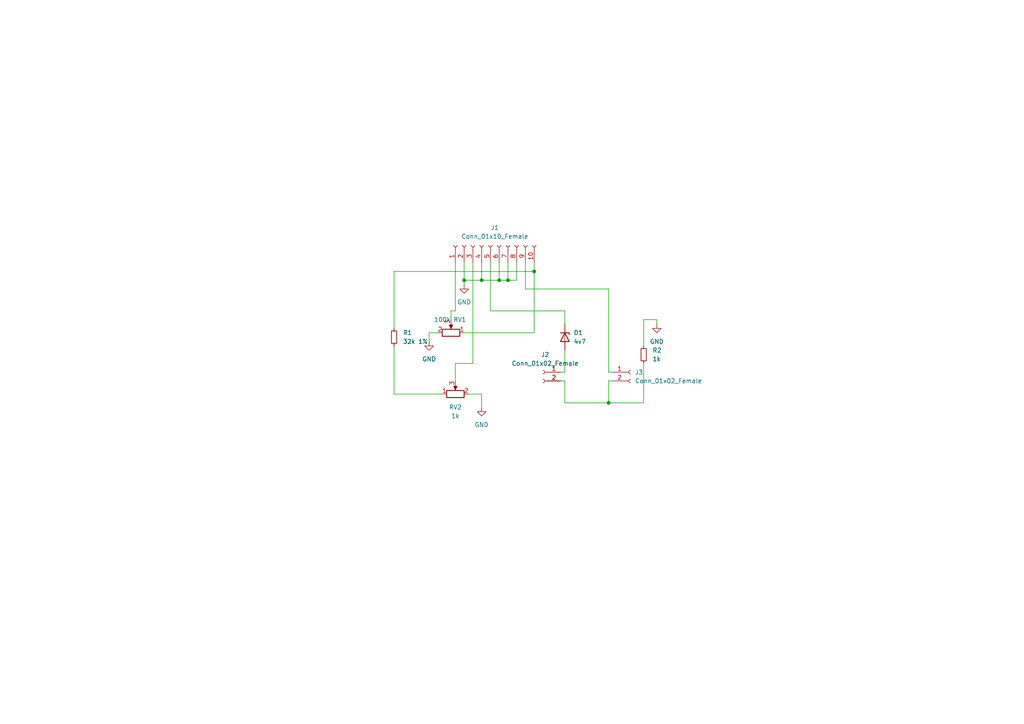
<source format=kicad_sch>
(kicad_sch
	(version 20231120)
	(generator "eeschema")
	(generator_version "8.0")
	(uuid "e63e39d7-6ac0-4ffd-8aa3-1841a4541b55")
	(paper "A4")
	(lib_symbols
		(symbol "Connector:Conn_01x02_Female"
			(pin_names
				(offset 1.016) hide)
			(exclude_from_sim no)
			(in_bom yes)
			(on_board yes)
			(property "Reference" "J"
				(at 0 2.54 0)
				(effects
					(font
						(size 1.27 1.27)
					)
				)
			)
			(property "Value" "Conn_01x02_Female"
				(at 0 -5.08 0)
				(effects
					(font
						(size 1.27 1.27)
					)
				)
			)
			(property "Footprint" ""
				(at 0 0 0)
				(effects
					(font
						(size 1.27 1.27)
					)
					(hide yes)
				)
			)
			(property "Datasheet" "~"
				(at 0 0 0)
				(effects
					(font
						(size 1.27 1.27)
					)
					(hide yes)
				)
			)
			(property "Description" "Generic connector, single row, 01x02, script generated (kicad-library-utils/schlib/autogen/connector/)"
				(at 0 0 0)
				(effects
					(font
						(size 1.27 1.27)
					)
					(hide yes)
				)
			)
			(property "ki_keywords" "connector"
				(at 0 0 0)
				(effects
					(font
						(size 1.27 1.27)
					)
					(hide yes)
				)
			)
			(property "ki_fp_filters" "Connector*:*_1x??_*"
				(at 0 0 0)
				(effects
					(font
						(size 1.27 1.27)
					)
					(hide yes)
				)
			)
			(symbol "Conn_01x02_Female_1_1"
				(arc
					(start 0 -2.032)
					(mid -0.5058 -2.54)
					(end 0 -3.048)
					(stroke
						(width 0.1524)
						(type default)
					)
					(fill
						(type none)
					)
				)
				(polyline
					(pts
						(xy -1.27 -2.54) (xy -0.508 -2.54)
					)
					(stroke
						(width 0.1524)
						(type default)
					)
					(fill
						(type none)
					)
				)
				(polyline
					(pts
						(xy -1.27 0) (xy -0.508 0)
					)
					(stroke
						(width 0.1524)
						(type default)
					)
					(fill
						(type none)
					)
				)
				(arc
					(start 0 0.508)
					(mid -0.5058 0)
					(end 0 -0.508)
					(stroke
						(width 0.1524)
						(type default)
					)
					(fill
						(type none)
					)
				)
				(pin passive line
					(at -5.08 0 0)
					(length 3.81)
					(name "Pin_1"
						(effects
							(font
								(size 1.27 1.27)
							)
						)
					)
					(number "1"
						(effects
							(font
								(size 1.27 1.27)
							)
						)
					)
				)
				(pin passive line
					(at -5.08 -2.54 0)
					(length 3.81)
					(name "Pin_2"
						(effects
							(font
								(size 1.27 1.27)
							)
						)
					)
					(number "2"
						(effects
							(font
								(size 1.27 1.27)
							)
						)
					)
				)
			)
		)
		(symbol "Connector:Conn_01x10_Female"
			(pin_names
				(offset 1.016) hide)
			(exclude_from_sim no)
			(in_bom yes)
			(on_board yes)
			(property "Reference" "J"
				(at 0 12.7 0)
				(effects
					(font
						(size 1.27 1.27)
					)
				)
			)
			(property "Value" "Conn_01x10_Female"
				(at 0 -15.24 0)
				(effects
					(font
						(size 1.27 1.27)
					)
				)
			)
			(property "Footprint" ""
				(at 0 0 0)
				(effects
					(font
						(size 1.27 1.27)
					)
					(hide yes)
				)
			)
			(property "Datasheet" "~"
				(at 0 0 0)
				(effects
					(font
						(size 1.27 1.27)
					)
					(hide yes)
				)
			)
			(property "Description" "Generic connector, single row, 01x10, script generated (kicad-library-utils/schlib/autogen/connector/)"
				(at 0 0 0)
				(effects
					(font
						(size 1.27 1.27)
					)
					(hide yes)
				)
			)
			(property "ki_keywords" "connector"
				(at 0 0 0)
				(effects
					(font
						(size 1.27 1.27)
					)
					(hide yes)
				)
			)
			(property "ki_fp_filters" "Connector*:*_1x??_*"
				(at 0 0 0)
				(effects
					(font
						(size 1.27 1.27)
					)
					(hide yes)
				)
			)
			(symbol "Conn_01x10_Female_1_1"
				(arc
					(start 0 -12.192)
					(mid -0.5058 -12.7)
					(end 0 -13.208)
					(stroke
						(width 0.1524)
						(type default)
					)
					(fill
						(type none)
					)
				)
				(arc
					(start 0 -9.652)
					(mid -0.5058 -10.16)
					(end 0 -10.668)
					(stroke
						(width 0.1524)
						(type default)
					)
					(fill
						(type none)
					)
				)
				(arc
					(start 0 -7.112)
					(mid -0.5058 -7.62)
					(end 0 -8.128)
					(stroke
						(width 0.1524)
						(type default)
					)
					(fill
						(type none)
					)
				)
				(arc
					(start 0 -4.572)
					(mid -0.5058 -5.08)
					(end 0 -5.588)
					(stroke
						(width 0.1524)
						(type default)
					)
					(fill
						(type none)
					)
				)
				(arc
					(start 0 -2.032)
					(mid -0.5058 -2.54)
					(end 0 -3.048)
					(stroke
						(width 0.1524)
						(type default)
					)
					(fill
						(type none)
					)
				)
				(polyline
					(pts
						(xy -1.27 -12.7) (xy -0.508 -12.7)
					)
					(stroke
						(width 0.1524)
						(type default)
					)
					(fill
						(type none)
					)
				)
				(polyline
					(pts
						(xy -1.27 -10.16) (xy -0.508 -10.16)
					)
					(stroke
						(width 0.1524)
						(type default)
					)
					(fill
						(type none)
					)
				)
				(polyline
					(pts
						(xy -1.27 -7.62) (xy -0.508 -7.62)
					)
					(stroke
						(width 0.1524)
						(type default)
					)
					(fill
						(type none)
					)
				)
				(polyline
					(pts
						(xy -1.27 -5.08) (xy -0.508 -5.08)
					)
					(stroke
						(width 0.1524)
						(type default)
					)
					(fill
						(type none)
					)
				)
				(polyline
					(pts
						(xy -1.27 -2.54) (xy -0.508 -2.54)
					)
					(stroke
						(width 0.1524)
						(type default)
					)
					(fill
						(type none)
					)
				)
				(polyline
					(pts
						(xy -1.27 0) (xy -0.508 0)
					)
					(stroke
						(width 0.1524)
						(type default)
					)
					(fill
						(type none)
					)
				)
				(polyline
					(pts
						(xy -1.27 2.54) (xy -0.508 2.54)
					)
					(stroke
						(width 0.1524)
						(type default)
					)
					(fill
						(type none)
					)
				)
				(polyline
					(pts
						(xy -1.27 5.08) (xy -0.508 5.08)
					)
					(stroke
						(width 0.1524)
						(type default)
					)
					(fill
						(type none)
					)
				)
				(polyline
					(pts
						(xy -1.27 7.62) (xy -0.508 7.62)
					)
					(stroke
						(width 0.1524)
						(type default)
					)
					(fill
						(type none)
					)
				)
				(polyline
					(pts
						(xy -1.27 10.16) (xy -0.508 10.16)
					)
					(stroke
						(width 0.1524)
						(type default)
					)
					(fill
						(type none)
					)
				)
				(arc
					(start 0 0.508)
					(mid -0.5058 0)
					(end 0 -0.508)
					(stroke
						(width 0.1524)
						(type default)
					)
					(fill
						(type none)
					)
				)
				(arc
					(start 0 3.048)
					(mid -0.5058 2.54)
					(end 0 2.032)
					(stroke
						(width 0.1524)
						(type default)
					)
					(fill
						(type none)
					)
				)
				(arc
					(start 0 5.588)
					(mid -0.5058 5.08)
					(end 0 4.572)
					(stroke
						(width 0.1524)
						(type default)
					)
					(fill
						(type none)
					)
				)
				(arc
					(start 0 8.128)
					(mid -0.5058 7.62)
					(end 0 7.112)
					(stroke
						(width 0.1524)
						(type default)
					)
					(fill
						(type none)
					)
				)
				(arc
					(start 0 10.668)
					(mid -0.5058 10.16)
					(end 0 9.652)
					(stroke
						(width 0.1524)
						(type default)
					)
					(fill
						(type none)
					)
				)
				(pin passive line
					(at -5.08 10.16 0)
					(length 3.81)
					(name "Pin_1"
						(effects
							(font
								(size 1.27 1.27)
							)
						)
					)
					(number "1"
						(effects
							(font
								(size 1.27 1.27)
							)
						)
					)
				)
				(pin passive line
					(at -5.08 -12.7 0)
					(length 3.81)
					(name "Pin_10"
						(effects
							(font
								(size 1.27 1.27)
							)
						)
					)
					(number "10"
						(effects
							(font
								(size 1.27 1.27)
							)
						)
					)
				)
				(pin passive line
					(at -5.08 7.62 0)
					(length 3.81)
					(name "Pin_2"
						(effects
							(font
								(size 1.27 1.27)
							)
						)
					)
					(number "2"
						(effects
							(font
								(size 1.27 1.27)
							)
						)
					)
				)
				(pin passive line
					(at -5.08 5.08 0)
					(length 3.81)
					(name "Pin_3"
						(effects
							(font
								(size 1.27 1.27)
							)
						)
					)
					(number "3"
						(effects
							(font
								(size 1.27 1.27)
							)
						)
					)
				)
				(pin passive line
					(at -5.08 2.54 0)
					(length 3.81)
					(name "Pin_4"
						(effects
							(font
								(size 1.27 1.27)
							)
						)
					)
					(number "4"
						(effects
							(font
								(size 1.27 1.27)
							)
						)
					)
				)
				(pin passive line
					(at -5.08 0 0)
					(length 3.81)
					(name "Pin_5"
						(effects
							(font
								(size 1.27 1.27)
							)
						)
					)
					(number "5"
						(effects
							(font
								(size 1.27 1.27)
							)
						)
					)
				)
				(pin passive line
					(at -5.08 -2.54 0)
					(length 3.81)
					(name "Pin_6"
						(effects
							(font
								(size 1.27 1.27)
							)
						)
					)
					(number "6"
						(effects
							(font
								(size 1.27 1.27)
							)
						)
					)
				)
				(pin passive line
					(at -5.08 -5.08 0)
					(length 3.81)
					(name "Pin_7"
						(effects
							(font
								(size 1.27 1.27)
							)
						)
					)
					(number "7"
						(effects
							(font
								(size 1.27 1.27)
							)
						)
					)
				)
				(pin passive line
					(at -5.08 -7.62 0)
					(length 3.81)
					(name "Pin_8"
						(effects
							(font
								(size 1.27 1.27)
							)
						)
					)
					(number "8"
						(effects
							(font
								(size 1.27 1.27)
							)
						)
					)
				)
				(pin passive line
					(at -5.08 -10.16 0)
					(length 3.81)
					(name "Pin_9"
						(effects
							(font
								(size 1.27 1.27)
							)
						)
					)
					(number "9"
						(effects
							(font
								(size 1.27 1.27)
							)
						)
					)
				)
			)
		)
		(symbol "Device:D_Zener"
			(pin_numbers hide)
			(pin_names
				(offset 1.016) hide)
			(exclude_from_sim no)
			(in_bom yes)
			(on_board yes)
			(property "Reference" "D"
				(at 0 2.54 0)
				(effects
					(font
						(size 1.27 1.27)
					)
				)
			)
			(property "Value" "D_Zener"
				(at 0 -2.54 0)
				(effects
					(font
						(size 1.27 1.27)
					)
				)
			)
			(property "Footprint" ""
				(at 0 0 0)
				(effects
					(font
						(size 1.27 1.27)
					)
					(hide yes)
				)
			)
			(property "Datasheet" "~"
				(at 0 0 0)
				(effects
					(font
						(size 1.27 1.27)
					)
					(hide yes)
				)
			)
			(property "Description" "Zener diode"
				(at 0 0 0)
				(effects
					(font
						(size 1.27 1.27)
					)
					(hide yes)
				)
			)
			(property "ki_keywords" "diode"
				(at 0 0 0)
				(effects
					(font
						(size 1.27 1.27)
					)
					(hide yes)
				)
			)
			(property "ki_fp_filters" "TO-???* *_Diode_* *SingleDiode* D_*"
				(at 0 0 0)
				(effects
					(font
						(size 1.27 1.27)
					)
					(hide yes)
				)
			)
			(symbol "D_Zener_0_1"
				(polyline
					(pts
						(xy 1.27 0) (xy -1.27 0)
					)
					(stroke
						(width 0)
						(type default)
					)
					(fill
						(type none)
					)
				)
				(polyline
					(pts
						(xy -1.27 -1.27) (xy -1.27 1.27) (xy -0.762 1.27)
					)
					(stroke
						(width 0.254)
						(type default)
					)
					(fill
						(type none)
					)
				)
				(polyline
					(pts
						(xy 1.27 -1.27) (xy 1.27 1.27) (xy -1.27 0) (xy 1.27 -1.27)
					)
					(stroke
						(width 0.254)
						(type default)
					)
					(fill
						(type none)
					)
				)
			)
			(symbol "D_Zener_1_1"
				(pin passive line
					(at -3.81 0 0)
					(length 2.54)
					(name "K"
						(effects
							(font
								(size 1.27 1.27)
							)
						)
					)
					(number "1"
						(effects
							(font
								(size 1.27 1.27)
							)
						)
					)
				)
				(pin passive line
					(at 3.81 0 180)
					(length 2.54)
					(name "A"
						(effects
							(font
								(size 1.27 1.27)
							)
						)
					)
					(number "2"
						(effects
							(font
								(size 1.27 1.27)
							)
						)
					)
				)
			)
		)
		(symbol "Device:R_Small"
			(pin_numbers hide)
			(pin_names
				(offset 0.254) hide)
			(exclude_from_sim no)
			(in_bom yes)
			(on_board yes)
			(property "Reference" "R"
				(at 0.762 0.508 0)
				(effects
					(font
						(size 1.27 1.27)
					)
					(justify left)
				)
			)
			(property "Value" "R_Small"
				(at 0.762 -1.016 0)
				(effects
					(font
						(size 1.27 1.27)
					)
					(justify left)
				)
			)
			(property "Footprint" ""
				(at 0 0 0)
				(effects
					(font
						(size 1.27 1.27)
					)
					(hide yes)
				)
			)
			(property "Datasheet" "~"
				(at 0 0 0)
				(effects
					(font
						(size 1.27 1.27)
					)
					(hide yes)
				)
			)
			(property "Description" "Resistor, small symbol"
				(at 0 0 0)
				(effects
					(font
						(size 1.27 1.27)
					)
					(hide yes)
				)
			)
			(property "ki_keywords" "R resistor"
				(at 0 0 0)
				(effects
					(font
						(size 1.27 1.27)
					)
					(hide yes)
				)
			)
			(property "ki_fp_filters" "R_*"
				(at 0 0 0)
				(effects
					(font
						(size 1.27 1.27)
					)
					(hide yes)
				)
			)
			(symbol "R_Small_0_1"
				(rectangle
					(start -0.762 1.778)
					(end 0.762 -1.778)
					(stroke
						(width 0.2032)
						(type default)
					)
					(fill
						(type none)
					)
				)
			)
			(symbol "R_Small_1_1"
				(pin passive line
					(at 0 2.54 270)
					(length 0.762)
					(name "~"
						(effects
							(font
								(size 1.27 1.27)
							)
						)
					)
					(number "1"
						(effects
							(font
								(size 1.27 1.27)
							)
						)
					)
				)
				(pin passive line
					(at 0 -2.54 90)
					(length 0.762)
					(name "~"
						(effects
							(font
								(size 1.27 1.27)
							)
						)
					)
					(number "2"
						(effects
							(font
								(size 1.27 1.27)
							)
						)
					)
				)
			)
		)
		(symbol "R_Potentiometer_1"
			(pin_names
				(offset 1.016) hide)
			(exclude_from_sim no)
			(in_bom yes)
			(on_board yes)
			(property "Reference" "RV1"
				(at 3.81 -2.54 90)
				(effects
					(font
						(size 1.27 1.27)
					)
				)
			)
			(property "Value" "100k"
				(at 3.81 2.54 90)
				(effects
					(font
						(size 1.27 1.27)
					)
				)
			)
			(property "Footprint" "Potencjometry:Potencjometr_wieloobrotowy_Bourns"
				(at 0 0 0)
				(effects
					(font
						(size 1.27 1.27)
					)
					(hide yes)
				)
			)
			(property "Datasheet" "~"
				(at 0 0 0)
				(effects
					(font
						(size 1.27 1.27)
					)
					(hide yes)
				)
			)
			(property "Description" "Potentiometer"
				(at 0 0 0)
				(effects
					(font
						(size 1.27 1.27)
					)
					(hide yes)
				)
			)
			(property "ki_keywords" "resistor variable"
				(at 0 0 0)
				(effects
					(font
						(size 1.27 1.27)
					)
					(hide yes)
				)
			)
			(property "ki_fp_filters" "Potentiometer*"
				(at 0 0 0)
				(effects
					(font
						(size 1.27 1.27)
					)
					(hide yes)
				)
			)
			(symbol "R_Potentiometer_1_0_1"
				(polyline
					(pts
						(xy 2.54 0) (xy 1.524 0)
					)
					(stroke
						(width 0)
						(type default)
					)
					(fill
						(type none)
					)
				)
				(polyline
					(pts
						(xy 1.143 0) (xy 2.286 0.508) (xy 2.286 -0.508) (xy 1.143 0)
					)
					(stroke
						(width 0)
						(type default)
					)
					(fill
						(type outline)
					)
				)
				(rectangle
					(start 1.016 2.54)
					(end -1.016 -2.54)
					(stroke
						(width 0.254)
						(type default)
					)
					(fill
						(type none)
					)
				)
			)
			(symbol "R_Potentiometer_1_1_1"
				(pin passive line
					(at 0 -3.81 90)
					(length 1.27)
					(name "1"
						(effects
							(font
								(size 1.27 1.27)
							)
						)
					)
					(number "1"
						(effects
							(font
								(size 1.27 1.27)
							)
						)
					)
				)
				(pin passive line
					(at 0 3.81 270)
					(length 1.27)
					(name "2"
						(effects
							(font
								(size 1.27 1.27)
							)
						)
					)
					(number "2"
						(effects
							(font
								(size 1.27 1.27)
							)
						)
					)
				)
				(pin passive line
					(at 3.81 0 180)
					(length 1.27)
					(name "3"
						(effects
							(font
								(size 1.27 1.27)
							)
						)
					)
					(number "3"
						(effects
							(font
								(size 1.27 1.27)
							)
						)
					)
				)
			)
		)
		(symbol "R_Potentiometer_2"
			(pin_names
				(offset 1.016) hide)
			(exclude_from_sim no)
			(in_bom yes)
			(on_board yes)
			(property "Reference" "RV1"
				(at -2.54 -3.81 90)
				(effects
					(font
						(size 1.27 1.27)
					)
				)
			)
			(property "Value" "R_Potentiometer_2"
				(at 1.27 -6.35 90)
				(effects
					(font
						(size 1.27 1.27)
					)
				)
			)
			(property "Footprint" "Potencjometry:Potencjometr_wieloobrotowy_Bourns"
				(at 0 0 0)
				(effects
					(font
						(size 1.27 1.27)
					)
					(hide yes)
				)
			)
			(property "Datasheet" "~"
				(at 0 0 0)
				(effects
					(font
						(size 1.27 1.27)
					)
					(hide yes)
				)
			)
			(property "Description" "Potentiometer"
				(at 0 0 0)
				(effects
					(font
						(size 1.27 1.27)
					)
					(hide yes)
				)
			)
			(property "ki_keywords" "resistor variable"
				(at 0 0 0)
				(effects
					(font
						(size 1.27 1.27)
					)
					(hide yes)
				)
			)
			(property "ki_fp_filters" "Potentiometer*"
				(at 0 0 0)
				(effects
					(font
						(size 1.27 1.27)
					)
					(hide yes)
				)
			)
			(symbol "R_Potentiometer_2_0_1"
				(polyline
					(pts
						(xy 2.54 0) (xy 1.524 0)
					)
					(stroke
						(width 0)
						(type default)
					)
					(fill
						(type none)
					)
				)
				(polyline
					(pts
						(xy 1.143 0) (xy 2.286 0.508) (xy 2.286 -0.508) (xy 1.143 0)
					)
					(stroke
						(width 0)
						(type default)
					)
					(fill
						(type outline)
					)
				)
				(rectangle
					(start 1.016 2.54)
					(end -1.016 -2.54)
					(stroke
						(width 0.254)
						(type default)
					)
					(fill
						(type none)
					)
				)
			)
			(symbol "R_Potentiometer_2_1_1"
				(pin passive line
					(at 0 3.81 270)
					(length 1.27)
					(name "1"
						(effects
							(font
								(size 1.27 1.27)
							)
						)
					)
					(number "1"
						(effects
							(font
								(size 1.27 1.27)
							)
						)
					)
				)
				(pin passive line
					(at 0 -3.81 90)
					(length 1.27)
					(name "2"
						(effects
							(font
								(size 1.27 1.27)
							)
						)
					)
					(number "2"
						(effects
							(font
								(size 1.27 1.27)
							)
						)
					)
				)
				(pin passive line
					(at 3.81 0 180)
					(length 1.27)
					(name "3"
						(effects
							(font
								(size 1.27 1.27)
							)
						)
					)
					(number "3"
						(effects
							(font
								(size 1.27 1.27)
							)
						)
					)
				)
			)
		)
		(symbol "power:GND"
			(power)
			(pin_names
				(offset 0)
			)
			(exclude_from_sim no)
			(in_bom yes)
			(on_board yes)
			(property "Reference" "#PWR"
				(at 0 -6.35 0)
				(effects
					(font
						(size 1.27 1.27)
					)
					(hide yes)
				)
			)
			(property "Value" "GND"
				(at 0 -3.81 0)
				(effects
					(font
						(size 1.27 1.27)
					)
				)
			)
			(property "Footprint" ""
				(at 0 0 0)
				(effects
					(font
						(size 1.27 1.27)
					)
					(hide yes)
				)
			)
			(property "Datasheet" ""
				(at 0 0 0)
				(effects
					(font
						(size 1.27 1.27)
					)
					(hide yes)
				)
			)
			(property "Description" "Power symbol creates a global label with name \"GND\" , ground"
				(at 0 0 0)
				(effects
					(font
						(size 1.27 1.27)
					)
					(hide yes)
				)
			)
			(property "ki_keywords" "power-flag"
				(at 0 0 0)
				(effects
					(font
						(size 1.27 1.27)
					)
					(hide yes)
				)
			)
			(symbol "GND_0_1"
				(polyline
					(pts
						(xy 0 0) (xy 0 -1.27) (xy 1.27 -1.27) (xy 0 -2.54) (xy -1.27 -1.27) (xy 0 -1.27)
					)
					(stroke
						(width 0)
						(type default)
					)
					(fill
						(type none)
					)
				)
			)
			(symbol "GND_1_1"
				(pin power_in line
					(at 0 0 270)
					(length 0) hide
					(name "GND"
						(effects
							(font
								(size 1.27 1.27)
							)
						)
					)
					(number "1"
						(effects
							(font
								(size 1.27 1.27)
							)
						)
					)
				)
			)
		)
	)
	(junction
		(at 176.53 116.84)
		(diameter 0)
		(color 0 0 0 0)
		(uuid "7c5779b7-3d70-4446-a23a-f4cf05b5eb95")
	)
	(junction
		(at 139.7 81.28)
		(diameter 0)
		(color 0 0 0 0)
		(uuid "ac33d4ae-6cf8-443e-a0ba-e1364b8b2396")
	)
	(junction
		(at 154.94 78.74)
		(diameter 0)
		(color 0 0 0 0)
		(uuid "ac7a7993-0fe9-4716-990a-99eee0f5bbca")
	)
	(junction
		(at 134.62 81.28)
		(diameter 0)
		(color 0 0 0 0)
		(uuid "cdb20d9a-3ce9-4e41-aeed-ea8cf1c97b03")
	)
	(junction
		(at 144.78 81.28)
		(diameter 0)
		(color 0 0 0 0)
		(uuid "d5999206-eb84-4af8-bdb9-b2b0a802279d")
	)
	(junction
		(at 147.32 81.28)
		(diameter 0)
		(color 0 0 0 0)
		(uuid "fb552787-147e-4edf-8cbf-99d076f479c4")
	)
	(wire
		(pts
			(xy 163.83 116.84) (xy 176.53 116.84)
		)
		(stroke
			(width 0)
			(type default)
		)
		(uuid "090eeeca-8982-47a9-a941-efa9320153c9")
	)
	(wire
		(pts
			(xy 135.89 114.3) (xy 139.7 114.3)
		)
		(stroke
			(width 0)
			(type default)
		)
		(uuid "0b32d2ed-52a7-4274-abdf-adbd984c1b70")
	)
	(wire
		(pts
			(xy 186.69 116.84) (xy 186.69 105.41)
		)
		(stroke
			(width 0)
			(type default)
		)
		(uuid "12f63ecd-89b1-4257-88d3-c29c9e4a401b")
	)
	(wire
		(pts
			(xy 144.78 81.28) (xy 139.7 81.28)
		)
		(stroke
			(width 0)
			(type default)
		)
		(uuid "1bf4d2d7-d987-4596-9a7d-e95a7d391735")
	)
	(wire
		(pts
			(xy 132.08 105.41) (xy 137.16 105.41)
		)
		(stroke
			(width 0)
			(type default)
		)
		(uuid "1bf738d6-7d5c-404d-895a-a2a1643a3495")
	)
	(wire
		(pts
			(xy 134.62 96.52) (xy 154.94 96.52)
		)
		(stroke
			(width 0)
			(type default)
		)
		(uuid "22438e2f-82e6-4ac9-8dde-e772f99d4cb9")
	)
	(wire
		(pts
			(xy 144.78 76.2) (xy 144.78 81.28)
		)
		(stroke
			(width 0)
			(type default)
		)
		(uuid "24fb8ab1-dba6-4a17-9e07-642a7d579224")
	)
	(wire
		(pts
			(xy 134.62 81.28) (xy 134.62 82.55)
		)
		(stroke
			(width 0)
			(type default)
		)
		(uuid "2c0d0192-02c5-4a67-9b5d-ff3136f78653")
	)
	(wire
		(pts
			(xy 114.3 100.33) (xy 114.3 114.3)
		)
		(stroke
			(width 0)
			(type default)
		)
		(uuid "351450a8-d1bf-47eb-ab4a-aa5c0db224b2")
	)
	(wire
		(pts
			(xy 142.24 90.17) (xy 163.83 90.17)
		)
		(stroke
			(width 0)
			(type default)
		)
		(uuid "3d086be8-518f-4109-bcbe-f6153996b774")
	)
	(wire
		(pts
			(xy 163.83 110.49) (xy 162.56 110.49)
		)
		(stroke
			(width 0)
			(type default)
		)
		(uuid "3e7bcc2a-10c2-45cd-9897-4c0007e1c7fc")
	)
	(wire
		(pts
			(xy 163.83 107.95) (xy 162.56 107.95)
		)
		(stroke
			(width 0)
			(type default)
		)
		(uuid "3e910910-4208-4323-8665-c65b24010a26")
	)
	(wire
		(pts
			(xy 139.7 118.11) (xy 139.7 114.3)
		)
		(stroke
			(width 0)
			(type default)
		)
		(uuid "4ac569d6-ee54-448b-9bb6-6249a04e833f")
	)
	(wire
		(pts
			(xy 147.32 76.2) (xy 147.32 81.28)
		)
		(stroke
			(width 0)
			(type default)
		)
		(uuid "506532e0-fb4f-454f-a3bb-958496e27ae2")
	)
	(wire
		(pts
			(xy 154.94 78.74) (xy 154.94 96.52)
		)
		(stroke
			(width 0)
			(type default)
		)
		(uuid "535abd59-de73-4701-a51d-ea8da17274cc")
	)
	(wire
		(pts
			(xy 142.24 76.2) (xy 142.24 90.17)
		)
		(stroke
			(width 0)
			(type default)
		)
		(uuid "5bfe30eb-e04e-45b7-8ec1-82756a609e83")
	)
	(wire
		(pts
			(xy 137.16 105.41) (xy 137.16 76.2)
		)
		(stroke
			(width 0)
			(type default)
		)
		(uuid "5d94d76f-cb39-496a-bb80-d7bffdc67a41")
	)
	(wire
		(pts
			(xy 176.53 83.82) (xy 152.4 83.82)
		)
		(stroke
			(width 0)
			(type default)
		)
		(uuid "5f406c10-3d8f-4523-83b9-c4c17247863b")
	)
	(wire
		(pts
			(xy 176.53 83.82) (xy 176.53 107.95)
		)
		(stroke
			(width 0)
			(type default)
		)
		(uuid "6215a9d4-a919-4bc4-8c60-300e97ad240a")
	)
	(wire
		(pts
			(xy 134.62 76.2) (xy 134.62 81.28)
		)
		(stroke
			(width 0)
			(type default)
		)
		(uuid "649f3c3d-a4e5-40da-bb6b-181371b36485")
	)
	(wire
		(pts
			(xy 177.8 110.49) (xy 176.53 110.49)
		)
		(stroke
			(width 0)
			(type default)
		)
		(uuid "64cfac08-5cc3-4f57-af02-931ead26eb9d")
	)
	(wire
		(pts
			(xy 130.81 90.17) (xy 130.81 92.71)
		)
		(stroke
			(width 0)
			(type default)
		)
		(uuid "6b6a5170-71ed-4b5e-8698-0c07fcb58794")
	)
	(wire
		(pts
			(xy 163.83 110.49) (xy 163.83 116.84)
		)
		(stroke
			(width 0)
			(type default)
		)
		(uuid "744d008b-f92b-4fb0-ac24-26a949b8cd84")
	)
	(wire
		(pts
			(xy 186.69 92.71) (xy 186.69 100.33)
		)
		(stroke
			(width 0)
			(type default)
		)
		(uuid "74e75f41-ae0f-4c13-b37d-b8f9c373fe54")
	)
	(wire
		(pts
			(xy 154.94 78.74) (xy 114.3 78.74)
		)
		(stroke
			(width 0)
			(type default)
		)
		(uuid "7923f4cf-3720-454e-a63c-1335d61ae90c")
	)
	(wire
		(pts
			(xy 114.3 78.74) (xy 114.3 95.25)
		)
		(stroke
			(width 0)
			(type default)
		)
		(uuid "7ece0928-0c7d-4c01-8f49-f5db14bc2dfd")
	)
	(wire
		(pts
			(xy 190.5 92.71) (xy 186.69 92.71)
		)
		(stroke
			(width 0)
			(type default)
		)
		(uuid "858915f0-2861-4dce-9be5-971b14a13cc4")
	)
	(wire
		(pts
			(xy 147.32 81.28) (xy 144.78 81.28)
		)
		(stroke
			(width 0)
			(type default)
		)
		(uuid "89d97cc5-6bf2-4772-a44c-a343b6166e15")
	)
	(wire
		(pts
			(xy 177.8 107.95) (xy 176.53 107.95)
		)
		(stroke
			(width 0)
			(type default)
		)
		(uuid "8fd3f482-7261-476b-a0c6-64f20dfa8606")
	)
	(wire
		(pts
			(xy 152.4 83.82) (xy 152.4 76.2)
		)
		(stroke
			(width 0)
			(type default)
		)
		(uuid "983c6c4b-46a4-48d7-8a0b-b0fd3c21d38b")
	)
	(wire
		(pts
			(xy 114.3 114.3) (xy 128.27 114.3)
		)
		(stroke
			(width 0)
			(type default)
		)
		(uuid "9f53bff1-8cf9-4c54-a83b-d9366b4d3a7a")
	)
	(wire
		(pts
			(xy 124.46 96.52) (xy 127 96.52)
		)
		(stroke
			(width 0)
			(type default)
		)
		(uuid "a387b380-1213-4e60-b1fd-94742fdd2f65")
	)
	(wire
		(pts
			(xy 176.53 116.84) (xy 186.69 116.84)
		)
		(stroke
			(width 0)
			(type default)
		)
		(uuid "a4c62b1e-034e-4e09-bb87-cac54dcaaa12")
	)
	(wire
		(pts
			(xy 163.83 90.17) (xy 163.83 93.98)
		)
		(stroke
			(width 0)
			(type default)
		)
		(uuid "ba850406-6456-4341-941c-27baba89f793")
	)
	(wire
		(pts
			(xy 124.46 99.06) (xy 124.46 96.52)
		)
		(stroke
			(width 0)
			(type default)
		)
		(uuid "c0efdf35-9431-4fed-825b-bc25c71f3c60")
	)
	(wire
		(pts
			(xy 154.94 76.2) (xy 154.94 78.74)
		)
		(stroke
			(width 0)
			(type default)
		)
		(uuid "c1257a43-33f6-4ff2-9e53-85ba1a2b0d2d")
	)
	(wire
		(pts
			(xy 163.83 101.6) (xy 163.83 107.95)
		)
		(stroke
			(width 0)
			(type default)
		)
		(uuid "c1c7b177-7382-4490-889d-e87a132e0410")
	)
	(wire
		(pts
			(xy 132.08 90.17) (xy 130.81 90.17)
		)
		(stroke
			(width 0)
			(type default)
		)
		(uuid "c244f577-e3f5-4023-a2a4-432ec7c50958")
	)
	(wire
		(pts
			(xy 132.08 76.2) (xy 132.08 90.17)
		)
		(stroke
			(width 0)
			(type default)
		)
		(uuid "ce9adb31-7550-4d01-abcf-598a30a4671c")
	)
	(wire
		(pts
			(xy 139.7 76.2) (xy 139.7 81.28)
		)
		(stroke
			(width 0)
			(type default)
		)
		(uuid "cf20bfb1-8393-4551-8655-dcac7a3c32ba")
	)
	(wire
		(pts
			(xy 149.86 76.2) (xy 149.86 81.28)
		)
		(stroke
			(width 0)
			(type default)
		)
		(uuid "cf377e40-7228-4145-a289-05ebe99b8ab0")
	)
	(wire
		(pts
			(xy 132.08 110.49) (xy 132.08 105.41)
		)
		(stroke
			(width 0)
			(type default)
		)
		(uuid "d072f22d-c9db-4baf-8717-6933222b4209")
	)
	(wire
		(pts
			(xy 176.53 110.49) (xy 176.53 116.84)
		)
		(stroke
			(width 0)
			(type default)
		)
		(uuid "d401cd20-c15b-4c58-b73e-04da77c167e6")
	)
	(wire
		(pts
			(xy 139.7 81.28) (xy 134.62 81.28)
		)
		(stroke
			(width 0)
			(type default)
		)
		(uuid "d469820a-9cb5-40d5-b8ac-bedb08233feb")
	)
	(wire
		(pts
			(xy 190.5 93.98) (xy 190.5 92.71)
		)
		(stroke
			(width 0)
			(type default)
		)
		(uuid "e7327f81-302f-46a6-8bc1-7bf1eb5b93a8")
	)
	(wire
		(pts
			(xy 149.86 81.28) (xy 147.32 81.28)
		)
		(stroke
			(width 0)
			(type default)
		)
		(uuid "f8d00e5c-bc66-4ba7-b7ab-0d55e706d188")
	)
	(symbol
		(lib_id "Device:R_Small")
		(at 186.69 102.87 180)
		(unit 1)
		(exclude_from_sim no)
		(in_bom yes)
		(on_board yes)
		(dnp no)
		(fields_autoplaced yes)
		(uuid "0d4d5c49-e557-48eb-a31d-825edd62219f")
		(property "Reference" "R2"
			(at 189.23 101.5999 0)
			(effects
				(font
					(size 1.27 1.27)
				)
				(justify right)
			)
		)
		(property "Value" "1k"
			(at 189.23 104.1399 0)
			(effects
				(font
					(size 1.27 1.27)
				)
				(justify right)
			)
		)
		(property "Footprint" "Resistor_THT:R_Axial_DIN0411_L9.9mm_D3.6mm_P12.70mm_Horizontal"
			(at 186.69 102.87 0)
			(effects
				(font
					(size 1.27 1.27)
				)
				(hide yes)
			)
		)
		(property "Datasheet" "~"
			(at 186.69 102.87 0)
			(effects
				(font
					(size 1.27 1.27)
				)
				(hide yes)
			)
		)
		(property "Description" ""
			(at 186.69 102.87 0)
			(effects
				(font
					(size 1.27 1.27)
				)
				(hide yes)
			)
		)
		(pin "1"
			(uuid "60b0d398-c559-48ec-85ac-32ad12be3da0")
		)
		(pin "2"
			(uuid "6d09cce2-bf71-4c98-9047-be5c6b28b403")
		)
		(instances
			(project "PCB_potencjometry_SN1533"
				(path "/e63e39d7-6ac0-4ffd-8aa3-1841a4541b55"
					(reference "R2")
					(unit 1)
				)
			)
		)
	)
	(symbol
		(lib_id "Device:R_Small")
		(at 114.3 97.79 180)
		(unit 1)
		(exclude_from_sim no)
		(in_bom yes)
		(on_board yes)
		(dnp no)
		(fields_autoplaced yes)
		(uuid "180fd18c-cb72-45d5-970e-93bb8d7390f1")
		(property "Reference" "R1"
			(at 116.84 96.5199 0)
			(effects
				(font
					(size 1.27 1.27)
				)
				(justify right)
			)
		)
		(property "Value" "32k 1%"
			(at 116.84 99.0599 0)
			(effects
				(font
					(size 1.27 1.27)
				)
				(justify right)
			)
		)
		(property "Footprint" "Resistor_THT:R_Axial_DIN0411_L9.9mm_D3.6mm_P12.70mm_Horizontal"
			(at 114.3 97.79 0)
			(effects
				(font
					(size 1.27 1.27)
				)
				(hide yes)
			)
		)
		(property "Datasheet" "~"
			(at 114.3 97.79 0)
			(effects
				(font
					(size 1.27 1.27)
				)
				(hide yes)
			)
		)
		(property "Description" ""
			(at 114.3 97.79 0)
			(effects
				(font
					(size 1.27 1.27)
				)
				(hide yes)
			)
		)
		(pin "1"
			(uuid "08485760-2d59-42b0-9972-1bb17897c55d")
		)
		(pin "2"
			(uuid "b258f3f3-1932-4e4a-9628-1dfed692a9bb")
		)
		(instances
			(project "PCB_potencjometry_SN1533"
				(path "/e63e39d7-6ac0-4ffd-8aa3-1841a4541b55"
					(reference "R1")
					(unit 1)
				)
			)
		)
	)
	(symbol
		(lib_id "Connector:Conn_01x02_Female")
		(at 157.48 107.95 0)
		(mirror y)
		(unit 1)
		(exclude_from_sim no)
		(in_bom yes)
		(on_board yes)
		(dnp no)
		(fields_autoplaced yes)
		(uuid "2b3bf4ed-88d9-4ab0-910a-0ad2b3b622a5")
		(property "Reference" "J2"
			(at 158.115 102.87 0)
			(effects
				(font
					(size 1.27 1.27)
				)
			)
		)
		(property "Value" "Conn_01x02_Female"
			(at 158.115 105.41 0)
			(effects
				(font
					(size 1.27 1.27)
				)
			)
		)
		(property "Footprint" "Connector_JST:JST_PH_B2B-PH-K_1x02_P2.00mm_Vertical"
			(at 157.48 107.95 0)
			(effects
				(font
					(size 1.27 1.27)
				)
				(hide yes)
			)
		)
		(property "Datasheet" "~"
			(at 157.48 107.95 0)
			(effects
				(font
					(size 1.27 1.27)
				)
				(hide yes)
			)
		)
		(property "Description" ""
			(at 157.48 107.95 0)
			(effects
				(font
					(size 1.27 1.27)
				)
				(hide yes)
			)
		)
		(pin "1"
			(uuid "d5fec05f-99a8-472c-a775-2ec1b2b5bea9")
		)
		(pin "2"
			(uuid "f656a274-a08d-4499-8245-beb474616c55")
		)
		(instances
			(project "PCB_potencjometry_SN1533"
				(path "/e63e39d7-6ac0-4ffd-8aa3-1841a4541b55"
					(reference "J2")
					(unit 1)
				)
			)
		)
	)
	(symbol
		(lib_id "power:GND")
		(at 124.46 99.06 0)
		(unit 1)
		(exclude_from_sim no)
		(in_bom yes)
		(on_board yes)
		(dnp no)
		(fields_autoplaced yes)
		(uuid "46c9373e-60c3-4a1a-802c-a932ce8615e0")
		(property "Reference" "#PWR02"
			(at 124.46 105.41 0)
			(effects
				(font
					(size 1.27 1.27)
				)
				(hide yes)
			)
		)
		(property "Value" "GND"
			(at 124.46 104.14 0)
			(effects
				(font
					(size 1.27 1.27)
				)
			)
		)
		(property "Footprint" ""
			(at 124.46 99.06 0)
			(effects
				(font
					(size 1.27 1.27)
				)
				(hide yes)
			)
		)
		(property "Datasheet" ""
			(at 124.46 99.06 0)
			(effects
				(font
					(size 1.27 1.27)
				)
				(hide yes)
			)
		)
		(property "Description" ""
			(at 124.46 99.06 0)
			(effects
				(font
					(size 1.27 1.27)
				)
				(hide yes)
			)
		)
		(pin "1"
			(uuid "a4635c46-bd44-41b4-bd64-ef10e0c80942")
		)
		(instances
			(project "PCB_potencjometry_SN1533"
				(path "/e63e39d7-6ac0-4ffd-8aa3-1841a4541b55"
					(reference "#PWR02")
					(unit 1)
				)
			)
		)
	)
	(symbol
		(lib_id "power:GND")
		(at 134.62 82.55 0)
		(unit 1)
		(exclude_from_sim no)
		(in_bom yes)
		(on_board yes)
		(dnp no)
		(fields_autoplaced yes)
		(uuid "496ee2bc-12a7-46d1-862e-81c9201dccdb")
		(property "Reference" "#PWR01"
			(at 134.62 88.9 0)
			(effects
				(font
					(size 1.27 1.27)
				)
				(hide yes)
			)
		)
		(property "Value" "GND"
			(at 134.62 87.63 0)
			(effects
				(font
					(size 1.27 1.27)
				)
			)
		)
		(property "Footprint" ""
			(at 134.62 82.55 0)
			(effects
				(font
					(size 1.27 1.27)
				)
				(hide yes)
			)
		)
		(property "Datasheet" ""
			(at 134.62 82.55 0)
			(effects
				(font
					(size 1.27 1.27)
				)
				(hide yes)
			)
		)
		(property "Description" ""
			(at 134.62 82.55 0)
			(effects
				(font
					(size 1.27 1.27)
				)
				(hide yes)
			)
		)
		(pin "1"
			(uuid "50a79b23-d290-4b14-9a7d-43014e5cb72b")
		)
		(instances
			(project "PCB_potencjometry_SN1533"
				(path "/e63e39d7-6ac0-4ffd-8aa3-1841a4541b55"
					(reference "#PWR01")
					(unit 1)
				)
			)
		)
	)
	(symbol
		(lib_id "power:GND")
		(at 190.5 93.98 0)
		(unit 1)
		(exclude_from_sim no)
		(in_bom yes)
		(on_board yes)
		(dnp no)
		(fields_autoplaced yes)
		(uuid "4edbb631-16ac-417f-8a00-ca67ec236438")
		(property "Reference" "#PWR03"
			(at 190.5 100.33 0)
			(effects
				(font
					(size 1.27 1.27)
				)
				(hide yes)
			)
		)
		(property "Value" "GND"
			(at 190.5 99.06 0)
			(effects
				(font
					(size 1.27 1.27)
				)
			)
		)
		(property "Footprint" ""
			(at 190.5 93.98 0)
			(effects
				(font
					(size 1.27 1.27)
				)
				(hide yes)
			)
		)
		(property "Datasheet" ""
			(at 190.5 93.98 0)
			(effects
				(font
					(size 1.27 1.27)
				)
				(hide yes)
			)
		)
		(property "Description" ""
			(at 190.5 93.98 0)
			(effects
				(font
					(size 1.27 1.27)
				)
				(hide yes)
			)
		)
		(pin "1"
			(uuid "0e6ff85e-7b04-41df-bd56-f78835738145")
		)
		(instances
			(project "PCB_potencjometry_SN1533"
				(path "/e63e39d7-6ac0-4ffd-8aa3-1841a4541b55"
					(reference "#PWR03")
					(unit 1)
				)
			)
		)
	)
	(symbol
		(lib_id "Connector:Conn_01x10_Female")
		(at 142.24 71.12 90)
		(unit 1)
		(exclude_from_sim no)
		(in_bom yes)
		(on_board yes)
		(dnp no)
		(fields_autoplaced yes)
		(uuid "81b55743-6991-476f-b195-0bc6eb6c2851")
		(property "Reference" "J1"
			(at 143.51 66.04 90)
			(effects
				(font
					(size 1.27 1.27)
				)
			)
		)
		(property "Value" "Conn_01x10_Female"
			(at 143.51 68.58 90)
			(effects
				(font
					(size 1.27 1.27)
				)
			)
		)
		(property "Footprint" "Connector_PinHeader_2.54mm:PinHeader_1x10_P2.54mm_Vertical"
			(at 142.24 71.12 0)
			(effects
				(font
					(size 1.27 1.27)
				)
				(hide yes)
			)
		)
		(property "Datasheet" "~"
			(at 142.24 71.12 0)
			(effects
				(font
					(size 1.27 1.27)
				)
				(hide yes)
			)
		)
		(property "Description" ""
			(at 142.24 71.12 0)
			(effects
				(font
					(size 1.27 1.27)
				)
				(hide yes)
			)
		)
		(pin "1"
			(uuid "61a47bd7-61e9-4acf-8225-fc26ef490967")
		)
		(pin "10"
			(uuid "f3a8f2d0-8830-4acc-a7ea-f6177ac5079d")
		)
		(pin "2"
			(uuid "c0ba1487-370a-4b2b-a0e5-bd2b9fdcdb36")
		)
		(pin "3"
			(uuid "6126bba2-c232-43dc-b909-8425eb8e1c42")
		)
		(pin "4"
			(uuid "4c00e3eb-0d1b-4d7b-a181-ddc10101ab33")
		)
		(pin "5"
			(uuid "c7fcd3ed-2f64-4cc5-b178-58d652bdbddb")
		)
		(pin "6"
			(uuid "fa185703-4739-49db-9f04-bf522df932bf")
		)
		(pin "7"
			(uuid "ba25714a-2942-479c-86f0-781d4ddc3d33")
		)
		(pin "8"
			(uuid "7ed2abd9-bbed-4f95-9218-99faed10990d")
		)
		(pin "9"
			(uuid "a35df687-f8f0-40f3-89f4-488db1eef8d7")
		)
		(instances
			(project "PCB_potencjometry_SN1533"
				(path "/e63e39d7-6ac0-4ffd-8aa3-1841a4541b55"
					(reference "J1")
					(unit 1)
				)
			)
		)
	)
	(symbol
		(lib_name "R_Potentiometer_1")
		(lib_id "Device:R_Potentiometer")
		(at 130.81 96.52 90)
		(unit 1)
		(exclude_from_sim no)
		(in_bom yes)
		(on_board yes)
		(dnp no)
		(uuid "84703738-cb72-4d2f-be6d-baa7b54b3d10")
		(property "Reference" "RV1"
			(at 133.35 92.71 90)
			(effects
				(font
					(size 1.27 1.27)
				)
			)
		)
		(property "Value" "100k"
			(at 128.27 92.71 90)
			(effects
				(font
					(size 1.27 1.27)
				)
			)
		)
		(property "Footprint" "Potencjometry:Potencjometr_wieloobrotowy_Bourns"
			(at 130.81 96.52 0)
			(effects
				(font
					(size 1.27 1.27)
				)
				(hide yes)
			)
		)
		(property "Datasheet" "~"
			(at 130.81 96.52 0)
			(effects
				(font
					(size 1.27 1.27)
				)
				(hide yes)
			)
		)
		(property "Description" ""
			(at 130.81 96.52 0)
			(effects
				(font
					(size 1.27 1.27)
				)
				(hide yes)
			)
		)
		(pin "1"
			(uuid "e16e3cf9-64d8-43ba-bb69-9621a1347f9f")
		)
		(pin "2"
			(uuid "0ab84006-f763-41f2-a0da-2e1ceb876260")
		)
		(pin "3"
			(uuid "4ee68f96-aa95-4b36-8769-b21a33f9c9bb")
		)
		(instances
			(project "PCB_potencjometry_SN1533"
				(path "/e63e39d7-6ac0-4ffd-8aa3-1841a4541b55"
					(reference "RV1")
					(unit 1)
				)
			)
		)
	)
	(symbol
		(lib_name "R_Potentiometer_2")
		(lib_id "Device:R_Potentiometer")
		(at 132.08 114.3 90)
		(unit 1)
		(exclude_from_sim no)
		(in_bom yes)
		(on_board yes)
		(dnp no)
		(fields_autoplaced yes)
		(uuid "8abd76c7-a16d-457d-aa49-db42d13707e9")
		(property "Reference" "RV2"
			(at 132.08 118.11 90)
			(effects
				(font
					(size 1.27 1.27)
				)
			)
		)
		(property "Value" "1k"
			(at 132.08 120.65 90)
			(effects
				(font
					(size 1.27 1.27)
				)
			)
		)
		(property "Footprint" "Potencjometry:Potencjometr_wieloobrotowy_Bourns"
			(at 132.08 114.3 0)
			(effects
				(font
					(size 1.27 1.27)
				)
				(hide yes)
			)
		)
		(property "Datasheet" "~"
			(at 132.08 114.3 0)
			(effects
				(font
					(size 1.27 1.27)
				)
				(hide yes)
			)
		)
		(property "Description" ""
			(at 132.08 114.3 0)
			(effects
				(font
					(size 1.27 1.27)
				)
				(hide yes)
			)
		)
		(pin "1"
			(uuid "5c031850-8f2a-4db5-8ade-53ef92904a69")
		)
		(pin "2"
			(uuid "4afa5f80-38ac-4209-9e06-22ddb4f8ca1e")
		)
		(pin "3"
			(uuid "47fbcc2a-974c-45b3-b439-1dc46e7d264e")
		)
		(instances
			(project "PCB_potencjometry_SN1533"
				(path "/e63e39d7-6ac0-4ffd-8aa3-1841a4541b55"
					(reference "RV2")
					(unit 1)
				)
			)
		)
	)
	(symbol
		(lib_id "Device:D_Zener")
		(at 163.83 97.79 270)
		(unit 1)
		(exclude_from_sim no)
		(in_bom yes)
		(on_board yes)
		(dnp no)
		(fields_autoplaced yes)
		(uuid "ac261603-5336-4692-858c-6a924eba379b")
		(property "Reference" "D1"
			(at 166.37 96.5199 90)
			(effects
				(font
					(size 1.27 1.27)
				)
				(justify left)
			)
		)
		(property "Value" "4v7"
			(at 166.37 99.0599 90)
			(effects
				(font
					(size 1.27 1.27)
				)
				(justify left)
			)
		)
		(property "Footprint" "Diode_THT:D_DO-34_SOD68_P10.16mm_Horizontal"
			(at 163.83 97.79 0)
			(effects
				(font
					(size 1.27 1.27)
				)
				(hide yes)
			)
		)
		(property "Datasheet" "~"
			(at 163.83 97.79 0)
			(effects
				(font
					(size 1.27 1.27)
				)
				(hide yes)
			)
		)
		(property "Description" ""
			(at 163.83 97.79 0)
			(effects
				(font
					(size 1.27 1.27)
				)
				(hide yes)
			)
		)
		(pin "1"
			(uuid "994ec885-6884-4cc7-adb2-8624a30a017c")
		)
		(pin "2"
			(uuid "96305798-f70e-497f-8e67-db5f376dd81d")
		)
		(instances
			(project "PCB_potencjometry_SN1533"
				(path "/e63e39d7-6ac0-4ffd-8aa3-1841a4541b55"
					(reference "D1")
					(unit 1)
				)
			)
		)
	)
	(symbol
		(lib_id "power:GND")
		(at 139.7 118.11 0)
		(unit 1)
		(exclude_from_sim no)
		(in_bom yes)
		(on_board yes)
		(dnp no)
		(fields_autoplaced yes)
		(uuid "ce210f58-2829-4baa-bd41-e3a6a2ff18cd")
		(property "Reference" "#PWR04"
			(at 139.7 124.46 0)
			(effects
				(font
					(size 1.27 1.27)
				)
				(hide yes)
			)
		)
		(property "Value" "GND"
			(at 139.7 123.19 0)
			(effects
				(font
					(size 1.27 1.27)
				)
			)
		)
		(property "Footprint" ""
			(at 139.7 118.11 0)
			(effects
				(font
					(size 1.27 1.27)
				)
				(hide yes)
			)
		)
		(property "Datasheet" ""
			(at 139.7 118.11 0)
			(effects
				(font
					(size 1.27 1.27)
				)
				(hide yes)
			)
		)
		(property "Description" ""
			(at 139.7 118.11 0)
			(effects
				(font
					(size 1.27 1.27)
				)
				(hide yes)
			)
		)
		(pin "1"
			(uuid "a804ef89-0053-4b17-a5c1-ae4bc26f53d7")
		)
		(instances
			(project "PCB_potencjometry_SN1533"
				(path "/e63e39d7-6ac0-4ffd-8aa3-1841a4541b55"
					(reference "#PWR04")
					(unit 1)
				)
			)
		)
	)
	(symbol
		(lib_id "Connector:Conn_01x02_Female")
		(at 182.88 107.95 0)
		(unit 1)
		(exclude_from_sim no)
		(in_bom yes)
		(on_board yes)
		(dnp no)
		(fields_autoplaced yes)
		(uuid "da7e6488-201f-4286-b86a-ca5aced3697a")
		(property "Reference" "J3"
			(at 184.15 107.9499 0)
			(effects
				(font
					(size 1.27 1.27)
				)
				(justify left)
			)
		)
		(property "Value" "Conn_01x02_Female"
			(at 184.15 110.4899 0)
			(effects
				(font
					(size 1.27 1.27)
				)
				(justify left)
			)
		)
		(property "Footprint" "Connector_JST:JST_PH_B2B-PH-K_1x02_P2.00mm_Vertical"
			(at 182.88 107.95 0)
			(effects
				(font
					(size 1.27 1.27)
				)
				(hide yes)
			)
		)
		(property "Datasheet" "~"
			(at 182.88 107.95 0)
			(effects
				(font
					(size 1.27 1.27)
				)
				(hide yes)
			)
		)
		(property "Description" ""
			(at 182.88 107.95 0)
			(effects
				(font
					(size 1.27 1.27)
				)
				(hide yes)
			)
		)
		(pin "1"
			(uuid "9fa58e42-4d1f-4e7f-a5a2-6fc9857446e3")
		)
		(pin "2"
			(uuid "dc0df782-a446-4364-8dc7-0190637b5f77")
		)
		(instances
			(project "PCB_potencjometry_SN1533"
				(path "/e63e39d7-6ac0-4ffd-8aa3-1841a4541b55"
					(reference "J3")
					(unit 1)
				)
			)
		)
	)
	(sheet_instances
		(path "/"
			(page "1")
		)
	)
)

</source>
